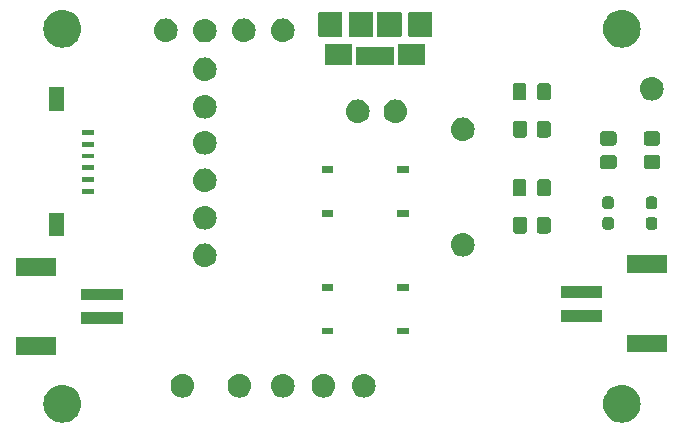
<source format=gts>
G04 #@! TF.GenerationSoftware,KiCad,Pcbnew,8.0.0*
G04 #@! TF.CreationDate,2024-03-04T18:14:40-06:00*
G04 #@! TF.ProjectId,MicrocontrollerUnitBoard,4d696372-6f63-46f6-9e74-726f6c6c6572,rev?*
G04 #@! TF.SameCoordinates,Original*
G04 #@! TF.FileFunction,Soldermask,Top*
G04 #@! TF.FilePolarity,Negative*
%FSLAX46Y46*%
G04 Gerber Fmt 4.6, Leading zero omitted, Abs format (unit mm)*
G04 Created by KiCad (PCBNEW 8.0.0) date 2024-03-04 18:14:40*
%MOMM*%
%LPD*%
G01*
G04 APERTURE LIST*
G04 APERTURE END LIST*
G36*
X106041295Y-115005699D02*
G01*
X106285427Y-115064310D01*
X106517385Y-115160390D01*
X106731456Y-115291573D01*
X106922371Y-115454629D01*
X107085427Y-115645544D01*
X107216610Y-115859615D01*
X107312690Y-116091573D01*
X107371301Y-116335705D01*
X107391000Y-116586000D01*
X107371301Y-116836295D01*
X107312690Y-117080427D01*
X107216610Y-117312385D01*
X107085427Y-117526456D01*
X106922371Y-117717371D01*
X106731456Y-117880427D01*
X106517385Y-118011610D01*
X106285427Y-118107690D01*
X106041295Y-118166301D01*
X105791000Y-118186000D01*
X105540705Y-118166301D01*
X105296573Y-118107690D01*
X105064615Y-118011610D01*
X104850544Y-117880427D01*
X104659629Y-117717371D01*
X104496573Y-117526456D01*
X104365390Y-117312385D01*
X104269310Y-117080427D01*
X104210699Y-116836295D01*
X104191000Y-116586000D01*
X104210699Y-116335705D01*
X104269310Y-116091573D01*
X104365390Y-115859615D01*
X104496573Y-115645544D01*
X104659629Y-115454629D01*
X104850544Y-115291573D01*
X105064615Y-115160390D01*
X105296573Y-115064310D01*
X105540705Y-115005699D01*
X105791000Y-114986000D01*
X106041295Y-115005699D01*
G37*
G36*
X153412295Y-115005699D02*
G01*
X153656427Y-115064310D01*
X153888385Y-115160390D01*
X154102456Y-115291573D01*
X154293371Y-115454629D01*
X154456427Y-115645544D01*
X154587610Y-115859615D01*
X154683690Y-116091573D01*
X154742301Y-116335705D01*
X154762000Y-116586000D01*
X154742301Y-116836295D01*
X154683690Y-117080427D01*
X154587610Y-117312385D01*
X154456427Y-117526456D01*
X154293371Y-117717371D01*
X154102456Y-117880427D01*
X153888385Y-118011610D01*
X153656427Y-118107690D01*
X153412295Y-118166301D01*
X153162000Y-118186000D01*
X152911705Y-118166301D01*
X152667573Y-118107690D01*
X152435615Y-118011610D01*
X152221544Y-117880427D01*
X152030629Y-117717371D01*
X151867573Y-117526456D01*
X151736390Y-117312385D01*
X151640310Y-117080427D01*
X151581699Y-116836295D01*
X151562000Y-116586000D01*
X151581699Y-116335705D01*
X151640310Y-116091573D01*
X151736390Y-115859615D01*
X151867573Y-115645544D01*
X152030629Y-115454629D01*
X152221544Y-115291573D01*
X152435615Y-115160390D01*
X152667573Y-115064310D01*
X152911705Y-115005699D01*
X153162000Y-114986000D01*
X153412295Y-115005699D01*
G37*
G36*
X116146090Y-114081215D02*
G01*
X116333683Y-114138120D01*
X116506570Y-114230530D01*
X116658107Y-114354893D01*
X116782470Y-114506430D01*
X116874880Y-114679317D01*
X116931785Y-114866910D01*
X116951000Y-115062000D01*
X116931785Y-115257090D01*
X116874880Y-115444683D01*
X116782470Y-115617570D01*
X116658107Y-115769107D01*
X116506570Y-115893470D01*
X116333683Y-115985880D01*
X116146090Y-116042785D01*
X115951000Y-116062000D01*
X115755910Y-116042785D01*
X115568317Y-115985880D01*
X115395430Y-115893470D01*
X115243893Y-115769107D01*
X115119530Y-115617570D01*
X115027120Y-115444683D01*
X114970215Y-115257090D01*
X114951000Y-115062000D01*
X114970215Y-114866910D01*
X115027120Y-114679317D01*
X115119530Y-114506430D01*
X115243893Y-114354893D01*
X115395430Y-114230530D01*
X115568317Y-114138120D01*
X115755910Y-114081215D01*
X115951000Y-114062000D01*
X116146090Y-114081215D01*
G37*
G36*
X120972090Y-114081215D02*
G01*
X121159683Y-114138120D01*
X121332570Y-114230530D01*
X121484107Y-114354893D01*
X121608470Y-114506430D01*
X121700880Y-114679317D01*
X121757785Y-114866910D01*
X121777000Y-115062000D01*
X121757785Y-115257090D01*
X121700880Y-115444683D01*
X121608470Y-115617570D01*
X121484107Y-115769107D01*
X121332570Y-115893470D01*
X121159683Y-115985880D01*
X120972090Y-116042785D01*
X120777000Y-116062000D01*
X120581910Y-116042785D01*
X120394317Y-115985880D01*
X120221430Y-115893470D01*
X120069893Y-115769107D01*
X119945530Y-115617570D01*
X119853120Y-115444683D01*
X119796215Y-115257090D01*
X119777000Y-115062000D01*
X119796215Y-114866910D01*
X119853120Y-114679317D01*
X119945530Y-114506430D01*
X120069893Y-114354893D01*
X120221430Y-114230530D01*
X120394317Y-114138120D01*
X120581910Y-114081215D01*
X120777000Y-114062000D01*
X120972090Y-114081215D01*
G37*
G36*
X124655090Y-114081215D02*
G01*
X124842683Y-114138120D01*
X125015570Y-114230530D01*
X125167107Y-114354893D01*
X125291470Y-114506430D01*
X125383880Y-114679317D01*
X125440785Y-114866910D01*
X125460000Y-115062000D01*
X125440785Y-115257090D01*
X125383880Y-115444683D01*
X125291470Y-115617570D01*
X125167107Y-115769107D01*
X125015570Y-115893470D01*
X124842683Y-115985880D01*
X124655090Y-116042785D01*
X124460000Y-116062000D01*
X124264910Y-116042785D01*
X124077317Y-115985880D01*
X123904430Y-115893470D01*
X123752893Y-115769107D01*
X123628530Y-115617570D01*
X123536120Y-115444683D01*
X123479215Y-115257090D01*
X123460000Y-115062000D01*
X123479215Y-114866910D01*
X123536120Y-114679317D01*
X123628530Y-114506430D01*
X123752893Y-114354893D01*
X123904430Y-114230530D01*
X124077317Y-114138120D01*
X124264910Y-114081215D01*
X124460000Y-114062000D01*
X124655090Y-114081215D01*
G37*
G36*
X128084090Y-114081215D02*
G01*
X128271683Y-114138120D01*
X128444570Y-114230530D01*
X128596107Y-114354893D01*
X128720470Y-114506430D01*
X128812880Y-114679317D01*
X128869785Y-114866910D01*
X128889000Y-115062000D01*
X128869785Y-115257090D01*
X128812880Y-115444683D01*
X128720470Y-115617570D01*
X128596107Y-115769107D01*
X128444570Y-115893470D01*
X128271683Y-115985880D01*
X128084090Y-116042785D01*
X127889000Y-116062000D01*
X127693910Y-116042785D01*
X127506317Y-115985880D01*
X127333430Y-115893470D01*
X127181893Y-115769107D01*
X127057530Y-115617570D01*
X126965120Y-115444683D01*
X126908215Y-115257090D01*
X126889000Y-115062000D01*
X126908215Y-114866910D01*
X126965120Y-114679317D01*
X127057530Y-114506430D01*
X127181893Y-114354893D01*
X127333430Y-114230530D01*
X127506317Y-114138120D01*
X127693910Y-114081215D01*
X127889000Y-114062000D01*
X128084090Y-114081215D01*
G37*
G36*
X131513090Y-114081215D02*
G01*
X131700683Y-114138120D01*
X131873570Y-114230530D01*
X132025107Y-114354893D01*
X132149470Y-114506430D01*
X132241880Y-114679317D01*
X132298785Y-114866910D01*
X132318000Y-115062000D01*
X132298785Y-115257090D01*
X132241880Y-115444683D01*
X132149470Y-115617570D01*
X132025107Y-115769107D01*
X131873570Y-115893470D01*
X131700683Y-115985880D01*
X131513090Y-116042785D01*
X131318000Y-116062000D01*
X131122910Y-116042785D01*
X130935317Y-115985880D01*
X130762430Y-115893470D01*
X130610893Y-115769107D01*
X130486530Y-115617570D01*
X130394120Y-115444683D01*
X130337215Y-115257090D01*
X130318000Y-115062000D01*
X130337215Y-114866910D01*
X130394120Y-114679317D01*
X130486530Y-114506430D01*
X130610893Y-114354893D01*
X130762430Y-114230530D01*
X130935317Y-114138120D01*
X131122910Y-114081215D01*
X131318000Y-114062000D01*
X131513090Y-114081215D01*
G37*
G36*
X105294000Y-112441000D02*
G01*
X101894000Y-112441000D01*
X101894000Y-110941000D01*
X105294000Y-110941000D01*
X105294000Y-112441000D01*
G37*
G36*
X157021000Y-112225000D02*
G01*
X153621000Y-112225000D01*
X153621000Y-110725000D01*
X157021000Y-110725000D01*
X157021000Y-112225000D01*
G37*
G36*
X128745250Y-110714399D02*
G01*
X127794750Y-110714399D01*
X127794750Y-110155599D01*
X128745250Y-110155599D01*
X128745250Y-110714399D01*
G37*
G36*
X135105948Y-110714399D02*
G01*
X134155448Y-110714399D01*
X134155448Y-110155599D01*
X135105948Y-110155599D01*
X135105948Y-110714399D01*
G37*
G36*
X110894000Y-109841000D02*
G01*
X107394000Y-109841000D01*
X107394000Y-108841000D01*
X110894000Y-108841000D01*
X110894000Y-109841000D01*
G37*
G36*
X151521000Y-109625000D02*
G01*
X148021000Y-109625000D01*
X148021000Y-108625000D01*
X151521000Y-108625000D01*
X151521000Y-109625000D01*
G37*
G36*
X110894000Y-107841000D02*
G01*
X107394000Y-107841000D01*
X107394000Y-106841000D01*
X110894000Y-106841000D01*
X110894000Y-107841000D01*
G37*
G36*
X151521000Y-107625000D02*
G01*
X148021000Y-107625000D01*
X148021000Y-106625000D01*
X151521000Y-106625000D01*
X151521000Y-107625000D01*
G37*
G36*
X128745250Y-107014401D02*
G01*
X127794750Y-107014401D01*
X127794750Y-106455601D01*
X128745250Y-106455601D01*
X128745250Y-107014401D01*
G37*
G36*
X135105948Y-107014401D02*
G01*
X134155448Y-107014401D01*
X134155448Y-106455601D01*
X135105948Y-106455601D01*
X135105948Y-107014401D01*
G37*
G36*
X105294000Y-105741000D02*
G01*
X101894000Y-105741000D01*
X101894000Y-104241000D01*
X105294000Y-104241000D01*
X105294000Y-105741000D01*
G37*
G36*
X157021000Y-105525000D02*
G01*
X153621000Y-105525000D01*
X153621000Y-104025000D01*
X157021000Y-104025000D01*
X157021000Y-105525000D01*
G37*
G36*
X118051090Y-103032215D02*
G01*
X118238683Y-103089120D01*
X118411570Y-103181530D01*
X118563107Y-103305893D01*
X118687470Y-103457430D01*
X118779880Y-103630317D01*
X118836785Y-103817910D01*
X118856000Y-104013000D01*
X118836785Y-104208090D01*
X118779880Y-104395683D01*
X118687470Y-104568570D01*
X118563107Y-104720107D01*
X118411570Y-104844470D01*
X118238683Y-104936880D01*
X118051090Y-104993785D01*
X117856000Y-105013000D01*
X117660910Y-104993785D01*
X117473317Y-104936880D01*
X117300430Y-104844470D01*
X117148893Y-104720107D01*
X117024530Y-104568570D01*
X116932120Y-104395683D01*
X116875215Y-104208090D01*
X116856000Y-104013000D01*
X116875215Y-103817910D01*
X116932120Y-103630317D01*
X117024530Y-103457430D01*
X117148893Y-103305893D01*
X117300430Y-103181530D01*
X117473317Y-103089120D01*
X117660910Y-103032215D01*
X117856000Y-103013000D01*
X118051090Y-103032215D01*
G37*
G36*
X139895090Y-102143215D02*
G01*
X140082683Y-102200120D01*
X140255570Y-102292530D01*
X140407107Y-102416893D01*
X140531470Y-102568430D01*
X140623880Y-102741317D01*
X140680785Y-102928910D01*
X140700000Y-103124000D01*
X140680785Y-103319090D01*
X140623880Y-103506683D01*
X140531470Y-103679570D01*
X140407107Y-103831107D01*
X140255570Y-103955470D01*
X140082683Y-104047880D01*
X139895090Y-104104785D01*
X139700000Y-104124000D01*
X139504910Y-104104785D01*
X139317317Y-104047880D01*
X139144430Y-103955470D01*
X138992893Y-103831107D01*
X138868530Y-103679570D01*
X138776120Y-103506683D01*
X138719215Y-103319090D01*
X138700000Y-103124000D01*
X138719215Y-102928910D01*
X138776120Y-102741317D01*
X138868530Y-102568430D01*
X138992893Y-102416893D01*
X139144430Y-102292530D01*
X139317317Y-102200120D01*
X139504910Y-102143215D01*
X139700000Y-102124000D01*
X139895090Y-102143215D01*
G37*
G36*
X105933000Y-102404990D02*
G01*
X104633000Y-102404990D01*
X104633000Y-100404990D01*
X105933000Y-100404990D01*
X105933000Y-102404990D01*
G37*
G36*
X144896116Y-100773818D02*
G01*
X144947379Y-100779766D01*
X144964892Y-100787499D01*
X144987671Y-100792030D01*
X145012057Y-100808324D01*
X145032788Y-100817478D01*
X145046946Y-100831636D01*
X145068777Y-100846223D01*
X145083363Y-100868053D01*
X145097521Y-100882211D01*
X145106673Y-100902939D01*
X145122970Y-100927329D01*
X145127501Y-100950109D01*
X145135233Y-100967620D01*
X145141178Y-101018872D01*
X145142000Y-101023000D01*
X145142000Y-101923000D01*
X145141178Y-101927128D01*
X145135233Y-101978379D01*
X145127501Y-101995888D01*
X145122970Y-102018671D01*
X145106672Y-102043062D01*
X145097521Y-102063788D01*
X145083365Y-102077943D01*
X145068777Y-102099777D01*
X145046943Y-102114365D01*
X145032788Y-102128521D01*
X145012062Y-102137672D01*
X144987671Y-102153970D01*
X144964888Y-102158501D01*
X144947379Y-102166233D01*
X144896129Y-102172178D01*
X144892000Y-102173000D01*
X144192000Y-102173000D01*
X144187873Y-102172179D01*
X144136620Y-102166233D01*
X144119109Y-102158501D01*
X144096329Y-102153970D01*
X144071939Y-102137673D01*
X144051211Y-102128521D01*
X144037053Y-102114363D01*
X144015223Y-102099777D01*
X144000636Y-102077946D01*
X143986478Y-102063788D01*
X143977324Y-102043057D01*
X143961030Y-102018671D01*
X143956499Y-101995892D01*
X143948766Y-101978379D01*
X143942818Y-101927117D01*
X143942000Y-101923000D01*
X143942000Y-101023000D01*
X143942818Y-101018885D01*
X143948766Y-100967620D01*
X143956499Y-100950105D01*
X143961030Y-100927329D01*
X143977323Y-100902944D01*
X143986478Y-100882211D01*
X144000638Y-100868050D01*
X144015223Y-100846223D01*
X144037050Y-100831638D01*
X144051211Y-100817478D01*
X144071944Y-100808323D01*
X144096329Y-100792030D01*
X144119105Y-100787499D01*
X144136620Y-100779766D01*
X144187884Y-100773818D01*
X144192000Y-100773000D01*
X144892000Y-100773000D01*
X144896116Y-100773818D01*
G37*
G36*
X146896116Y-100773818D02*
G01*
X146947379Y-100779766D01*
X146964892Y-100787499D01*
X146987671Y-100792030D01*
X147012057Y-100808324D01*
X147032788Y-100817478D01*
X147046946Y-100831636D01*
X147068777Y-100846223D01*
X147083363Y-100868053D01*
X147097521Y-100882211D01*
X147106673Y-100902939D01*
X147122970Y-100927329D01*
X147127501Y-100950109D01*
X147135233Y-100967620D01*
X147141178Y-101018872D01*
X147142000Y-101023000D01*
X147142000Y-101923000D01*
X147141178Y-101927128D01*
X147135233Y-101978379D01*
X147127501Y-101995888D01*
X147122970Y-102018671D01*
X147106672Y-102043062D01*
X147097521Y-102063788D01*
X147083365Y-102077943D01*
X147068777Y-102099777D01*
X147046943Y-102114365D01*
X147032788Y-102128521D01*
X147012062Y-102137672D01*
X146987671Y-102153970D01*
X146964888Y-102158501D01*
X146947379Y-102166233D01*
X146896129Y-102172178D01*
X146892000Y-102173000D01*
X146192000Y-102173000D01*
X146187873Y-102172179D01*
X146136620Y-102166233D01*
X146119109Y-102158501D01*
X146096329Y-102153970D01*
X146071939Y-102137673D01*
X146051211Y-102128521D01*
X146037053Y-102114363D01*
X146015223Y-102099777D01*
X146000636Y-102077946D01*
X145986478Y-102063788D01*
X145977324Y-102043057D01*
X145961030Y-102018671D01*
X145956499Y-101995892D01*
X145948766Y-101978379D01*
X145942818Y-101927117D01*
X145942000Y-101923000D01*
X145942000Y-101023000D01*
X145942818Y-101018885D01*
X145948766Y-100967620D01*
X145956499Y-100950105D01*
X145961030Y-100927329D01*
X145977323Y-100902944D01*
X145986478Y-100882211D01*
X146000638Y-100868050D01*
X146015223Y-100846223D01*
X146037050Y-100831638D01*
X146051211Y-100817478D01*
X146071944Y-100808323D01*
X146096329Y-100792030D01*
X146119105Y-100787499D01*
X146136620Y-100779766D01*
X146187884Y-100773818D01*
X146192000Y-100773000D01*
X146892000Y-100773000D01*
X146896116Y-100773818D01*
G37*
G36*
X118051090Y-99857215D02*
G01*
X118238683Y-99914120D01*
X118411570Y-100006530D01*
X118563107Y-100130893D01*
X118687470Y-100282430D01*
X118779880Y-100455317D01*
X118836785Y-100642910D01*
X118856000Y-100838000D01*
X118836785Y-101033090D01*
X118779880Y-101220683D01*
X118687470Y-101393570D01*
X118563107Y-101545107D01*
X118411570Y-101669470D01*
X118238683Y-101761880D01*
X118051090Y-101818785D01*
X117856000Y-101838000D01*
X117660910Y-101818785D01*
X117473317Y-101761880D01*
X117300430Y-101669470D01*
X117148893Y-101545107D01*
X117024530Y-101393570D01*
X116932120Y-101220683D01*
X116875215Y-101033090D01*
X116856000Y-100838000D01*
X116875215Y-100642910D01*
X116932120Y-100455317D01*
X117024530Y-100282430D01*
X117148893Y-100130893D01*
X117300430Y-100006530D01*
X117473317Y-99914120D01*
X117660910Y-99857215D01*
X117856000Y-99838000D01*
X118051090Y-99857215D01*
G37*
G36*
X152238115Y-100785318D02*
G01*
X152286517Y-100790934D01*
X152303055Y-100798236D01*
X152324887Y-100802579D01*
X152348259Y-100818195D01*
X152367724Y-100826790D01*
X152381017Y-100840083D01*
X152401938Y-100854062D01*
X152415916Y-100874982D01*
X152429209Y-100888275D01*
X152437802Y-100907738D01*
X152453421Y-100931113D01*
X152457764Y-100952946D01*
X152465065Y-100969482D01*
X152470678Y-101017872D01*
X152471500Y-101022000D01*
X152471500Y-101597000D01*
X152470678Y-101601127D01*
X152465065Y-101649517D01*
X152457764Y-101666051D01*
X152453421Y-101687887D01*
X152437801Y-101711263D01*
X152429209Y-101730724D01*
X152415918Y-101744014D01*
X152401938Y-101764938D01*
X152381014Y-101778918D01*
X152367724Y-101792209D01*
X152348263Y-101800801D01*
X152324887Y-101816421D01*
X152303051Y-101820764D01*
X152286517Y-101828065D01*
X152238129Y-101833678D01*
X152234000Y-101834500D01*
X151759000Y-101834500D01*
X151754873Y-101833679D01*
X151706482Y-101828065D01*
X151689946Y-101820764D01*
X151668113Y-101816421D01*
X151644738Y-101800802D01*
X151625275Y-101792209D01*
X151611982Y-101778916D01*
X151591062Y-101764938D01*
X151577083Y-101744017D01*
X151563790Y-101730724D01*
X151555195Y-101711259D01*
X151539579Y-101687887D01*
X151535236Y-101666055D01*
X151527934Y-101649517D01*
X151522318Y-101601116D01*
X151521500Y-101597000D01*
X151521500Y-101022000D01*
X151522318Y-101017885D01*
X151527934Y-100969482D01*
X151535236Y-100952942D01*
X151539579Y-100931113D01*
X151555194Y-100907742D01*
X151563790Y-100888275D01*
X151577085Y-100874979D01*
X151591062Y-100854062D01*
X151611979Y-100840085D01*
X151625275Y-100826790D01*
X151644742Y-100818194D01*
X151668113Y-100802579D01*
X151689942Y-100798236D01*
X151706482Y-100790934D01*
X151754884Y-100785318D01*
X151759000Y-100784500D01*
X152234000Y-100784500D01*
X152238115Y-100785318D01*
G37*
G36*
X155921115Y-100785318D02*
G01*
X155969517Y-100790934D01*
X155986055Y-100798236D01*
X156007887Y-100802579D01*
X156031259Y-100818195D01*
X156050724Y-100826790D01*
X156064017Y-100840083D01*
X156084938Y-100854062D01*
X156098916Y-100874982D01*
X156112209Y-100888275D01*
X156120802Y-100907738D01*
X156136421Y-100931113D01*
X156140764Y-100952946D01*
X156148065Y-100969482D01*
X156153678Y-101017872D01*
X156154500Y-101022000D01*
X156154500Y-101597000D01*
X156153678Y-101601127D01*
X156148065Y-101649517D01*
X156140764Y-101666051D01*
X156136421Y-101687887D01*
X156120801Y-101711263D01*
X156112209Y-101730724D01*
X156098918Y-101744014D01*
X156084938Y-101764938D01*
X156064014Y-101778918D01*
X156050724Y-101792209D01*
X156031263Y-101800801D01*
X156007887Y-101816421D01*
X155986051Y-101820764D01*
X155969517Y-101828065D01*
X155921129Y-101833678D01*
X155917000Y-101834500D01*
X155442000Y-101834500D01*
X155437873Y-101833679D01*
X155389482Y-101828065D01*
X155372946Y-101820764D01*
X155351113Y-101816421D01*
X155327738Y-101800802D01*
X155308275Y-101792209D01*
X155294982Y-101778916D01*
X155274062Y-101764938D01*
X155260083Y-101744017D01*
X155246790Y-101730724D01*
X155238195Y-101711259D01*
X155222579Y-101687887D01*
X155218236Y-101666055D01*
X155210934Y-101649517D01*
X155205318Y-101601116D01*
X155204500Y-101597000D01*
X155204500Y-101022000D01*
X155205318Y-101017885D01*
X155210934Y-100969482D01*
X155218236Y-100952942D01*
X155222579Y-100931113D01*
X155238194Y-100907742D01*
X155246790Y-100888275D01*
X155260085Y-100874979D01*
X155274062Y-100854062D01*
X155294979Y-100840085D01*
X155308275Y-100826790D01*
X155327742Y-100818194D01*
X155351113Y-100802579D01*
X155372942Y-100798236D01*
X155389482Y-100790934D01*
X155437884Y-100785318D01*
X155442000Y-100784500D01*
X155917000Y-100784500D01*
X155921115Y-100785318D01*
G37*
G36*
X128745250Y-100736400D02*
G01*
X127794750Y-100736400D01*
X127794750Y-100177600D01*
X128745250Y-100177600D01*
X128745250Y-100736400D01*
G37*
G36*
X135105948Y-100736400D02*
G01*
X134155448Y-100736400D01*
X134155448Y-100177600D01*
X135105948Y-100177600D01*
X135105948Y-100736400D01*
G37*
G36*
X152238115Y-99035318D02*
G01*
X152286517Y-99040934D01*
X152303055Y-99048236D01*
X152324887Y-99052579D01*
X152348259Y-99068195D01*
X152367724Y-99076790D01*
X152381017Y-99090083D01*
X152401938Y-99104062D01*
X152415916Y-99124982D01*
X152429209Y-99138275D01*
X152437802Y-99157738D01*
X152453421Y-99181113D01*
X152457764Y-99202946D01*
X152465065Y-99219482D01*
X152470678Y-99267872D01*
X152471500Y-99272000D01*
X152471500Y-99847000D01*
X152470678Y-99851127D01*
X152465065Y-99899517D01*
X152457764Y-99916051D01*
X152453421Y-99937887D01*
X152437801Y-99961263D01*
X152429209Y-99980724D01*
X152415918Y-99994014D01*
X152401938Y-100014938D01*
X152381014Y-100028918D01*
X152367724Y-100042209D01*
X152348263Y-100050801D01*
X152324887Y-100066421D01*
X152303051Y-100070764D01*
X152286517Y-100078065D01*
X152238129Y-100083678D01*
X152234000Y-100084500D01*
X151759000Y-100084500D01*
X151754873Y-100083679D01*
X151706482Y-100078065D01*
X151689946Y-100070764D01*
X151668113Y-100066421D01*
X151644738Y-100050802D01*
X151625275Y-100042209D01*
X151611982Y-100028916D01*
X151591062Y-100014938D01*
X151577083Y-99994017D01*
X151563790Y-99980724D01*
X151555195Y-99961259D01*
X151539579Y-99937887D01*
X151535236Y-99916055D01*
X151527934Y-99899517D01*
X151522318Y-99851116D01*
X151521500Y-99847000D01*
X151521500Y-99272000D01*
X151522318Y-99267885D01*
X151527934Y-99219482D01*
X151535236Y-99202942D01*
X151539579Y-99181113D01*
X151555194Y-99157742D01*
X151563790Y-99138275D01*
X151577085Y-99124979D01*
X151591062Y-99104062D01*
X151611979Y-99090085D01*
X151625275Y-99076790D01*
X151644742Y-99068194D01*
X151668113Y-99052579D01*
X151689942Y-99048236D01*
X151706482Y-99040934D01*
X151754884Y-99035318D01*
X151759000Y-99034500D01*
X152234000Y-99034500D01*
X152238115Y-99035318D01*
G37*
G36*
X155921115Y-99035318D02*
G01*
X155969517Y-99040934D01*
X155986055Y-99048236D01*
X156007887Y-99052579D01*
X156031259Y-99068195D01*
X156050724Y-99076790D01*
X156064017Y-99090083D01*
X156084938Y-99104062D01*
X156098916Y-99124982D01*
X156112209Y-99138275D01*
X156120802Y-99157738D01*
X156136421Y-99181113D01*
X156140764Y-99202946D01*
X156148065Y-99219482D01*
X156153678Y-99267872D01*
X156154500Y-99272000D01*
X156154500Y-99847000D01*
X156153678Y-99851127D01*
X156148065Y-99899517D01*
X156140764Y-99916051D01*
X156136421Y-99937887D01*
X156120801Y-99961263D01*
X156112209Y-99980724D01*
X156098918Y-99994014D01*
X156084938Y-100014938D01*
X156064014Y-100028918D01*
X156050724Y-100042209D01*
X156031263Y-100050801D01*
X156007887Y-100066421D01*
X155986051Y-100070764D01*
X155969517Y-100078065D01*
X155921129Y-100083678D01*
X155917000Y-100084500D01*
X155442000Y-100084500D01*
X155437873Y-100083679D01*
X155389482Y-100078065D01*
X155372946Y-100070764D01*
X155351113Y-100066421D01*
X155327738Y-100050802D01*
X155308275Y-100042209D01*
X155294982Y-100028916D01*
X155274062Y-100014938D01*
X155260083Y-99994017D01*
X155246790Y-99980724D01*
X155238195Y-99961259D01*
X155222579Y-99937887D01*
X155218236Y-99916055D01*
X155210934Y-99899517D01*
X155205318Y-99851116D01*
X155204500Y-99847000D01*
X155204500Y-99272000D01*
X155205318Y-99267885D01*
X155210934Y-99219482D01*
X155218236Y-99202942D01*
X155222579Y-99181113D01*
X155238194Y-99157742D01*
X155246790Y-99138275D01*
X155260085Y-99124979D01*
X155274062Y-99104062D01*
X155294979Y-99090085D01*
X155308275Y-99076790D01*
X155327742Y-99068194D01*
X155351113Y-99052579D01*
X155372942Y-99048236D01*
X155389482Y-99040934D01*
X155437884Y-99035318D01*
X155442000Y-99034500D01*
X155917000Y-99034500D01*
X155921115Y-99035318D01*
G37*
G36*
X144846116Y-97573818D02*
G01*
X144897379Y-97579766D01*
X144914892Y-97587499D01*
X144937671Y-97592030D01*
X144962057Y-97608324D01*
X144982788Y-97617478D01*
X144996946Y-97631636D01*
X145018777Y-97646223D01*
X145033363Y-97668053D01*
X145047521Y-97682211D01*
X145056673Y-97702939D01*
X145072970Y-97727329D01*
X145077501Y-97750109D01*
X145085233Y-97767620D01*
X145091178Y-97818872D01*
X145092000Y-97823000D01*
X145092000Y-98773000D01*
X145091178Y-98777128D01*
X145085233Y-98828379D01*
X145077501Y-98845888D01*
X145072970Y-98868671D01*
X145056672Y-98893062D01*
X145047521Y-98913788D01*
X145033365Y-98927943D01*
X145018777Y-98949777D01*
X144996943Y-98964365D01*
X144982788Y-98978521D01*
X144962062Y-98987672D01*
X144937671Y-99003970D01*
X144914888Y-99008501D01*
X144897379Y-99016233D01*
X144846129Y-99022178D01*
X144842000Y-99023000D01*
X144167000Y-99023000D01*
X144162873Y-99022179D01*
X144111620Y-99016233D01*
X144094109Y-99008501D01*
X144071329Y-99003970D01*
X144046939Y-98987673D01*
X144026211Y-98978521D01*
X144012053Y-98964363D01*
X143990223Y-98949777D01*
X143975636Y-98927946D01*
X143961478Y-98913788D01*
X143952324Y-98893057D01*
X143936030Y-98868671D01*
X143931499Y-98845892D01*
X143923766Y-98828379D01*
X143917818Y-98777117D01*
X143917000Y-98773000D01*
X143917000Y-97823000D01*
X143917818Y-97818885D01*
X143923766Y-97767620D01*
X143931499Y-97750105D01*
X143936030Y-97727329D01*
X143952323Y-97702944D01*
X143961478Y-97682211D01*
X143975638Y-97668050D01*
X143990223Y-97646223D01*
X144012050Y-97631638D01*
X144026211Y-97617478D01*
X144046944Y-97608323D01*
X144071329Y-97592030D01*
X144094105Y-97587499D01*
X144111620Y-97579766D01*
X144162884Y-97573818D01*
X144167000Y-97573000D01*
X144842000Y-97573000D01*
X144846116Y-97573818D01*
G37*
G36*
X146921116Y-97573818D02*
G01*
X146972379Y-97579766D01*
X146989892Y-97587499D01*
X147012671Y-97592030D01*
X147037057Y-97608324D01*
X147057788Y-97617478D01*
X147071946Y-97631636D01*
X147093777Y-97646223D01*
X147108363Y-97668053D01*
X147122521Y-97682211D01*
X147131673Y-97702939D01*
X147147970Y-97727329D01*
X147152501Y-97750109D01*
X147160233Y-97767620D01*
X147166178Y-97818872D01*
X147167000Y-97823000D01*
X147167000Y-98773000D01*
X147166178Y-98777128D01*
X147160233Y-98828379D01*
X147152501Y-98845888D01*
X147147970Y-98868671D01*
X147131672Y-98893062D01*
X147122521Y-98913788D01*
X147108365Y-98927943D01*
X147093777Y-98949777D01*
X147071943Y-98964365D01*
X147057788Y-98978521D01*
X147037062Y-98987672D01*
X147012671Y-99003970D01*
X146989888Y-99008501D01*
X146972379Y-99016233D01*
X146921129Y-99022178D01*
X146917000Y-99023000D01*
X146242000Y-99023000D01*
X146237873Y-99022179D01*
X146186620Y-99016233D01*
X146169109Y-99008501D01*
X146146329Y-99003970D01*
X146121939Y-98987673D01*
X146101211Y-98978521D01*
X146087053Y-98964363D01*
X146065223Y-98949777D01*
X146050636Y-98927946D01*
X146036478Y-98913788D01*
X146027324Y-98893057D01*
X146011030Y-98868671D01*
X146006499Y-98845892D01*
X145998766Y-98828379D01*
X145992818Y-98777117D01*
X145992000Y-98773000D01*
X145992000Y-97823000D01*
X145992818Y-97818885D01*
X145998766Y-97767620D01*
X146006499Y-97750105D01*
X146011030Y-97727329D01*
X146027323Y-97702944D01*
X146036478Y-97682211D01*
X146050638Y-97668050D01*
X146065223Y-97646223D01*
X146087050Y-97631638D01*
X146101211Y-97617478D01*
X146121944Y-97608323D01*
X146146329Y-97592030D01*
X146169105Y-97587499D01*
X146186620Y-97579766D01*
X146237884Y-97573818D01*
X146242000Y-97573000D01*
X146917000Y-97573000D01*
X146921116Y-97573818D01*
G37*
G36*
X108482999Y-98804995D02*
G01*
X107482999Y-98804995D01*
X107482999Y-98404995D01*
X108482999Y-98404995D01*
X108482999Y-98804995D01*
G37*
G36*
X118051090Y-96682215D02*
G01*
X118238683Y-96739120D01*
X118411570Y-96831530D01*
X118563107Y-96955893D01*
X118687470Y-97107430D01*
X118779880Y-97280317D01*
X118836785Y-97467910D01*
X118856000Y-97663000D01*
X118836785Y-97858090D01*
X118779880Y-98045683D01*
X118687470Y-98218570D01*
X118563107Y-98370107D01*
X118411570Y-98494470D01*
X118238683Y-98586880D01*
X118051090Y-98643785D01*
X117856000Y-98663000D01*
X117660910Y-98643785D01*
X117473317Y-98586880D01*
X117300430Y-98494470D01*
X117148893Y-98370107D01*
X117024530Y-98218570D01*
X116932120Y-98045683D01*
X116875215Y-97858090D01*
X116856000Y-97663000D01*
X116875215Y-97467910D01*
X116932120Y-97280317D01*
X117024530Y-97107430D01*
X117148893Y-96955893D01*
X117300430Y-96831530D01*
X117473317Y-96739120D01*
X117660910Y-96682215D01*
X117856000Y-96663000D01*
X118051090Y-96682215D01*
G37*
G36*
X108482999Y-97804995D02*
G01*
X107482999Y-97804995D01*
X107482999Y-97404995D01*
X108482999Y-97404995D01*
X108482999Y-97804995D01*
G37*
G36*
X128745250Y-97036402D02*
G01*
X127794750Y-97036402D01*
X127794750Y-96477602D01*
X128745250Y-96477602D01*
X128745250Y-97036402D01*
G37*
G36*
X135105948Y-97036402D02*
G01*
X134155448Y-97036402D01*
X134155448Y-96477602D01*
X135105948Y-96477602D01*
X135105948Y-97036402D01*
G37*
G36*
X108482999Y-96804994D02*
G01*
X107482999Y-96804994D01*
X107482999Y-96404994D01*
X108482999Y-96404994D01*
X108482999Y-96804994D01*
G37*
G36*
X152473116Y-95523818D02*
G01*
X152524379Y-95529766D01*
X152541892Y-95537499D01*
X152564671Y-95542030D01*
X152589057Y-95558324D01*
X152609788Y-95567478D01*
X152623946Y-95581636D01*
X152645777Y-95596223D01*
X152660363Y-95618053D01*
X152674521Y-95632211D01*
X152683673Y-95652939D01*
X152699970Y-95677329D01*
X152704501Y-95700109D01*
X152712233Y-95717620D01*
X152718178Y-95768872D01*
X152719000Y-95773000D01*
X152719000Y-96473000D01*
X152718178Y-96477128D01*
X152712233Y-96528379D01*
X152704501Y-96545888D01*
X152699970Y-96568671D01*
X152683672Y-96593062D01*
X152674521Y-96613788D01*
X152660365Y-96627943D01*
X152645777Y-96649777D01*
X152623943Y-96664365D01*
X152609788Y-96678521D01*
X152589062Y-96687672D01*
X152564671Y-96703970D01*
X152541888Y-96708501D01*
X152524379Y-96716233D01*
X152473129Y-96722178D01*
X152469000Y-96723000D01*
X151569000Y-96723000D01*
X151564873Y-96722179D01*
X151513620Y-96716233D01*
X151496109Y-96708501D01*
X151473329Y-96703970D01*
X151448939Y-96687673D01*
X151428211Y-96678521D01*
X151414053Y-96664363D01*
X151392223Y-96649777D01*
X151377636Y-96627946D01*
X151363478Y-96613788D01*
X151354324Y-96593057D01*
X151338030Y-96568671D01*
X151333499Y-96545892D01*
X151325766Y-96528379D01*
X151319818Y-96477117D01*
X151319000Y-96473000D01*
X151319000Y-95773000D01*
X151319818Y-95768885D01*
X151325766Y-95717620D01*
X151333499Y-95700105D01*
X151338030Y-95677329D01*
X151354323Y-95652944D01*
X151363478Y-95632211D01*
X151377638Y-95618050D01*
X151392223Y-95596223D01*
X151414050Y-95581638D01*
X151428211Y-95567478D01*
X151448944Y-95558323D01*
X151473329Y-95542030D01*
X151496105Y-95537499D01*
X151513620Y-95529766D01*
X151564884Y-95523818D01*
X151569000Y-95523000D01*
X152469000Y-95523000D01*
X152473116Y-95523818D01*
G37*
G36*
X156156116Y-95523818D02*
G01*
X156207379Y-95529766D01*
X156224892Y-95537499D01*
X156247671Y-95542030D01*
X156272057Y-95558324D01*
X156292788Y-95567478D01*
X156306946Y-95581636D01*
X156328777Y-95596223D01*
X156343363Y-95618053D01*
X156357521Y-95632211D01*
X156366673Y-95652939D01*
X156382970Y-95677329D01*
X156387501Y-95700109D01*
X156395233Y-95717620D01*
X156401178Y-95768872D01*
X156402000Y-95773000D01*
X156402000Y-96473000D01*
X156401178Y-96477128D01*
X156395233Y-96528379D01*
X156387501Y-96545888D01*
X156382970Y-96568671D01*
X156366672Y-96593062D01*
X156357521Y-96613788D01*
X156343365Y-96627943D01*
X156328777Y-96649777D01*
X156306943Y-96664365D01*
X156292788Y-96678521D01*
X156272062Y-96687672D01*
X156247671Y-96703970D01*
X156224888Y-96708501D01*
X156207379Y-96716233D01*
X156156129Y-96722178D01*
X156152000Y-96723000D01*
X155252000Y-96723000D01*
X155247873Y-96722179D01*
X155196620Y-96716233D01*
X155179109Y-96708501D01*
X155156329Y-96703970D01*
X155131939Y-96687673D01*
X155111211Y-96678521D01*
X155097053Y-96664363D01*
X155075223Y-96649777D01*
X155060636Y-96627946D01*
X155046478Y-96613788D01*
X155037324Y-96593057D01*
X155021030Y-96568671D01*
X155016499Y-96545892D01*
X155008766Y-96528379D01*
X155002818Y-96477117D01*
X155002000Y-96473000D01*
X155002000Y-95773000D01*
X155002818Y-95768885D01*
X155008766Y-95717620D01*
X155016499Y-95700105D01*
X155021030Y-95677329D01*
X155037323Y-95652944D01*
X155046478Y-95632211D01*
X155060638Y-95618050D01*
X155075223Y-95596223D01*
X155097050Y-95581638D01*
X155111211Y-95567478D01*
X155131944Y-95558323D01*
X155156329Y-95542030D01*
X155179105Y-95537499D01*
X155196620Y-95529766D01*
X155247884Y-95523818D01*
X155252000Y-95523000D01*
X156152000Y-95523000D01*
X156156116Y-95523818D01*
G37*
G36*
X108482999Y-95804996D02*
G01*
X107482999Y-95804996D01*
X107482999Y-95404996D01*
X108482999Y-95404996D01*
X108482999Y-95804996D01*
G37*
G36*
X118051090Y-93507215D02*
G01*
X118238683Y-93564120D01*
X118411570Y-93656530D01*
X118563107Y-93780893D01*
X118687470Y-93932430D01*
X118779880Y-94105317D01*
X118836785Y-94292910D01*
X118856000Y-94488000D01*
X118836785Y-94683090D01*
X118779880Y-94870683D01*
X118687470Y-95043570D01*
X118563107Y-95195107D01*
X118411570Y-95319470D01*
X118238683Y-95411880D01*
X118051090Y-95468785D01*
X117856000Y-95488000D01*
X117660910Y-95468785D01*
X117473317Y-95411880D01*
X117300430Y-95319470D01*
X117148893Y-95195107D01*
X117024530Y-95043570D01*
X116932120Y-94870683D01*
X116875215Y-94683090D01*
X116856000Y-94488000D01*
X116875215Y-94292910D01*
X116932120Y-94105317D01*
X117024530Y-93932430D01*
X117148893Y-93780893D01*
X117300430Y-93656530D01*
X117473317Y-93564120D01*
X117660910Y-93507215D01*
X117856000Y-93488000D01*
X118051090Y-93507215D01*
G37*
G36*
X108482999Y-94804995D02*
G01*
X107482999Y-94804995D01*
X107482999Y-94404995D01*
X108482999Y-94404995D01*
X108482999Y-94804995D01*
G37*
G36*
X152473116Y-93523818D02*
G01*
X152524379Y-93529766D01*
X152541892Y-93537499D01*
X152564671Y-93542030D01*
X152589057Y-93558324D01*
X152609788Y-93567478D01*
X152623946Y-93581636D01*
X152645777Y-93596223D01*
X152660363Y-93618053D01*
X152674521Y-93632211D01*
X152683673Y-93652939D01*
X152699970Y-93677329D01*
X152704501Y-93700109D01*
X152712233Y-93717620D01*
X152718178Y-93768872D01*
X152719000Y-93773000D01*
X152719000Y-94473000D01*
X152718178Y-94477128D01*
X152712233Y-94528379D01*
X152704501Y-94545888D01*
X152699970Y-94568671D01*
X152683672Y-94593062D01*
X152674521Y-94613788D01*
X152660365Y-94627943D01*
X152645777Y-94649777D01*
X152623943Y-94664365D01*
X152609788Y-94678521D01*
X152589062Y-94687672D01*
X152564671Y-94703970D01*
X152541888Y-94708501D01*
X152524379Y-94716233D01*
X152473129Y-94722178D01*
X152469000Y-94723000D01*
X151569000Y-94723000D01*
X151564873Y-94722179D01*
X151513620Y-94716233D01*
X151496109Y-94708501D01*
X151473329Y-94703970D01*
X151448939Y-94687673D01*
X151428211Y-94678521D01*
X151414053Y-94664363D01*
X151392223Y-94649777D01*
X151377636Y-94627946D01*
X151363478Y-94613788D01*
X151354324Y-94593057D01*
X151338030Y-94568671D01*
X151333499Y-94545892D01*
X151325766Y-94528379D01*
X151319818Y-94477117D01*
X151319000Y-94473000D01*
X151319000Y-93773000D01*
X151319818Y-93768885D01*
X151325766Y-93717620D01*
X151333499Y-93700105D01*
X151338030Y-93677329D01*
X151354323Y-93652944D01*
X151363478Y-93632211D01*
X151377638Y-93618050D01*
X151392223Y-93596223D01*
X151414050Y-93581638D01*
X151428211Y-93567478D01*
X151448944Y-93558323D01*
X151473329Y-93542030D01*
X151496105Y-93537499D01*
X151513620Y-93529766D01*
X151564884Y-93523818D01*
X151569000Y-93523000D01*
X152469000Y-93523000D01*
X152473116Y-93523818D01*
G37*
G36*
X156156116Y-93523818D02*
G01*
X156207379Y-93529766D01*
X156224892Y-93537499D01*
X156247671Y-93542030D01*
X156272057Y-93558324D01*
X156292788Y-93567478D01*
X156306946Y-93581636D01*
X156328777Y-93596223D01*
X156343363Y-93618053D01*
X156357521Y-93632211D01*
X156366673Y-93652939D01*
X156382970Y-93677329D01*
X156387501Y-93700109D01*
X156395233Y-93717620D01*
X156401178Y-93768872D01*
X156402000Y-93773000D01*
X156402000Y-94473000D01*
X156401178Y-94477128D01*
X156395233Y-94528379D01*
X156387501Y-94545888D01*
X156382970Y-94568671D01*
X156366672Y-94593062D01*
X156357521Y-94613788D01*
X156343365Y-94627943D01*
X156328777Y-94649777D01*
X156306943Y-94664365D01*
X156292788Y-94678521D01*
X156272062Y-94687672D01*
X156247671Y-94703970D01*
X156224888Y-94708501D01*
X156207379Y-94716233D01*
X156156129Y-94722178D01*
X156152000Y-94723000D01*
X155252000Y-94723000D01*
X155247873Y-94722179D01*
X155196620Y-94716233D01*
X155179109Y-94708501D01*
X155156329Y-94703970D01*
X155131939Y-94687673D01*
X155111211Y-94678521D01*
X155097053Y-94664363D01*
X155075223Y-94649777D01*
X155060636Y-94627946D01*
X155046478Y-94613788D01*
X155037324Y-94593057D01*
X155021030Y-94568671D01*
X155016499Y-94545892D01*
X155008766Y-94528379D01*
X155002818Y-94477117D01*
X155002000Y-94473000D01*
X155002000Y-93773000D01*
X155002818Y-93768885D01*
X155008766Y-93717620D01*
X155016499Y-93700105D01*
X155021030Y-93677329D01*
X155037323Y-93652944D01*
X155046478Y-93632211D01*
X155060638Y-93618050D01*
X155075223Y-93596223D01*
X155097050Y-93581638D01*
X155111211Y-93567478D01*
X155131944Y-93558323D01*
X155156329Y-93542030D01*
X155179105Y-93537499D01*
X155196620Y-93529766D01*
X155247884Y-93523818D01*
X155252000Y-93523000D01*
X156152000Y-93523000D01*
X156156116Y-93523818D01*
G37*
G36*
X139895090Y-92364215D02*
G01*
X140082683Y-92421120D01*
X140255570Y-92513530D01*
X140407107Y-92637893D01*
X140531470Y-92789430D01*
X140623880Y-92962317D01*
X140680785Y-93149910D01*
X140700000Y-93345000D01*
X140680785Y-93540090D01*
X140623880Y-93727683D01*
X140531470Y-93900570D01*
X140407107Y-94052107D01*
X140255570Y-94176470D01*
X140082683Y-94268880D01*
X139895090Y-94325785D01*
X139700000Y-94345000D01*
X139504910Y-94325785D01*
X139317317Y-94268880D01*
X139144430Y-94176470D01*
X138992893Y-94052107D01*
X138868530Y-93900570D01*
X138776120Y-93727683D01*
X138719215Y-93540090D01*
X138700000Y-93345000D01*
X138719215Y-93149910D01*
X138776120Y-92962317D01*
X138868530Y-92789430D01*
X138992893Y-92637893D01*
X139144430Y-92513530D01*
X139317317Y-92421120D01*
X139504910Y-92364215D01*
X139700000Y-92345000D01*
X139895090Y-92364215D01*
G37*
G36*
X144896116Y-92645818D02*
G01*
X144947379Y-92651766D01*
X144964892Y-92659499D01*
X144987671Y-92664030D01*
X145012057Y-92680324D01*
X145032788Y-92689478D01*
X145046946Y-92703636D01*
X145068777Y-92718223D01*
X145083363Y-92740053D01*
X145097521Y-92754211D01*
X145106673Y-92774939D01*
X145122970Y-92799329D01*
X145127501Y-92822109D01*
X145135233Y-92839620D01*
X145141178Y-92890872D01*
X145142000Y-92895000D01*
X145142000Y-93795000D01*
X145141178Y-93799128D01*
X145135233Y-93850379D01*
X145127501Y-93867888D01*
X145122970Y-93890671D01*
X145106672Y-93915062D01*
X145097521Y-93935788D01*
X145083365Y-93949943D01*
X145068777Y-93971777D01*
X145046943Y-93986365D01*
X145032788Y-94000521D01*
X145012062Y-94009672D01*
X144987671Y-94025970D01*
X144964888Y-94030501D01*
X144947379Y-94038233D01*
X144896129Y-94044178D01*
X144892000Y-94045000D01*
X144192000Y-94045000D01*
X144187873Y-94044179D01*
X144136620Y-94038233D01*
X144119109Y-94030501D01*
X144096329Y-94025970D01*
X144071939Y-94009673D01*
X144051211Y-94000521D01*
X144037053Y-93986363D01*
X144015223Y-93971777D01*
X144000636Y-93949946D01*
X143986478Y-93935788D01*
X143977324Y-93915057D01*
X143961030Y-93890671D01*
X143956499Y-93867892D01*
X143948766Y-93850379D01*
X143942818Y-93799117D01*
X143942000Y-93795000D01*
X143942000Y-92895000D01*
X143942818Y-92890885D01*
X143948766Y-92839620D01*
X143956499Y-92822105D01*
X143961030Y-92799329D01*
X143977323Y-92774944D01*
X143986478Y-92754211D01*
X144000638Y-92740050D01*
X144015223Y-92718223D01*
X144037050Y-92703638D01*
X144051211Y-92689478D01*
X144071944Y-92680323D01*
X144096329Y-92664030D01*
X144119105Y-92659499D01*
X144136620Y-92651766D01*
X144187884Y-92645818D01*
X144192000Y-92645000D01*
X144892000Y-92645000D01*
X144896116Y-92645818D01*
G37*
G36*
X146896116Y-92645818D02*
G01*
X146947379Y-92651766D01*
X146964892Y-92659499D01*
X146987671Y-92664030D01*
X147012057Y-92680324D01*
X147032788Y-92689478D01*
X147046946Y-92703636D01*
X147068777Y-92718223D01*
X147083363Y-92740053D01*
X147097521Y-92754211D01*
X147106673Y-92774939D01*
X147122970Y-92799329D01*
X147127501Y-92822109D01*
X147135233Y-92839620D01*
X147141178Y-92890872D01*
X147142000Y-92895000D01*
X147142000Y-93795000D01*
X147141178Y-93799128D01*
X147135233Y-93850379D01*
X147127501Y-93867888D01*
X147122970Y-93890671D01*
X147106672Y-93915062D01*
X147097521Y-93935788D01*
X147083365Y-93949943D01*
X147068777Y-93971777D01*
X147046943Y-93986365D01*
X147032788Y-94000521D01*
X147012062Y-94009672D01*
X146987671Y-94025970D01*
X146964888Y-94030501D01*
X146947379Y-94038233D01*
X146896129Y-94044178D01*
X146892000Y-94045000D01*
X146192000Y-94045000D01*
X146187873Y-94044179D01*
X146136620Y-94038233D01*
X146119109Y-94030501D01*
X146096329Y-94025970D01*
X146071939Y-94009673D01*
X146051211Y-94000521D01*
X146037053Y-93986363D01*
X146015223Y-93971777D01*
X146000636Y-93949946D01*
X145986478Y-93935788D01*
X145977324Y-93915057D01*
X145961030Y-93890671D01*
X145956499Y-93867892D01*
X145948766Y-93850379D01*
X145942818Y-93799117D01*
X145942000Y-93795000D01*
X145942000Y-92895000D01*
X145942818Y-92890885D01*
X145948766Y-92839620D01*
X145956499Y-92822105D01*
X145961030Y-92799329D01*
X145977323Y-92774944D01*
X145986478Y-92754211D01*
X146000638Y-92740050D01*
X146015223Y-92718223D01*
X146037050Y-92703638D01*
X146051211Y-92689478D01*
X146071944Y-92680323D01*
X146096329Y-92664030D01*
X146119105Y-92659499D01*
X146136620Y-92651766D01*
X146187884Y-92645818D01*
X146192000Y-92645000D01*
X146892000Y-92645000D01*
X146896116Y-92645818D01*
G37*
G36*
X108482999Y-93804995D02*
G01*
X107482999Y-93804995D01*
X107482999Y-93404995D01*
X108482999Y-93404995D01*
X108482999Y-93804995D01*
G37*
G36*
X131005090Y-90840215D02*
G01*
X131192683Y-90897120D01*
X131365570Y-90989530D01*
X131517107Y-91113893D01*
X131641470Y-91265430D01*
X131733880Y-91438317D01*
X131790785Y-91625910D01*
X131810000Y-91821000D01*
X131790785Y-92016090D01*
X131733880Y-92203683D01*
X131641470Y-92376570D01*
X131517107Y-92528107D01*
X131365570Y-92652470D01*
X131192683Y-92744880D01*
X131005090Y-92801785D01*
X130810000Y-92821000D01*
X130614910Y-92801785D01*
X130427317Y-92744880D01*
X130254430Y-92652470D01*
X130102893Y-92528107D01*
X129978530Y-92376570D01*
X129886120Y-92203683D01*
X129829215Y-92016090D01*
X129810000Y-91821000D01*
X129829215Y-91625910D01*
X129886120Y-91438317D01*
X129978530Y-91265430D01*
X130102893Y-91113893D01*
X130254430Y-90989530D01*
X130427317Y-90897120D01*
X130614910Y-90840215D01*
X130810000Y-90821000D01*
X131005090Y-90840215D01*
G37*
G36*
X134180090Y-90840215D02*
G01*
X134367683Y-90897120D01*
X134540570Y-90989530D01*
X134692107Y-91113893D01*
X134816470Y-91265430D01*
X134908880Y-91438317D01*
X134965785Y-91625910D01*
X134985000Y-91821000D01*
X134965785Y-92016090D01*
X134908880Y-92203683D01*
X134816470Y-92376570D01*
X134692107Y-92528107D01*
X134540570Y-92652470D01*
X134367683Y-92744880D01*
X134180090Y-92801785D01*
X133985000Y-92821000D01*
X133789910Y-92801785D01*
X133602317Y-92744880D01*
X133429430Y-92652470D01*
X133277893Y-92528107D01*
X133153530Y-92376570D01*
X133061120Y-92203683D01*
X133004215Y-92016090D01*
X132985000Y-91821000D01*
X133004215Y-91625910D01*
X133061120Y-91438317D01*
X133153530Y-91265430D01*
X133277893Y-91113893D01*
X133429430Y-90989530D01*
X133602317Y-90897120D01*
X133789910Y-90840215D01*
X133985000Y-90821000D01*
X134180090Y-90840215D01*
G37*
G36*
X118051090Y-90459215D02*
G01*
X118238683Y-90516120D01*
X118411570Y-90608530D01*
X118563107Y-90732893D01*
X118687470Y-90884430D01*
X118779880Y-91057317D01*
X118836785Y-91244910D01*
X118856000Y-91440000D01*
X118836785Y-91635090D01*
X118779880Y-91822683D01*
X118687470Y-91995570D01*
X118563107Y-92147107D01*
X118411570Y-92271470D01*
X118238683Y-92363880D01*
X118051090Y-92420785D01*
X117856000Y-92440000D01*
X117660910Y-92420785D01*
X117473317Y-92363880D01*
X117300430Y-92271470D01*
X117148893Y-92147107D01*
X117024530Y-91995570D01*
X116932120Y-91822683D01*
X116875215Y-91635090D01*
X116856000Y-91440000D01*
X116875215Y-91244910D01*
X116932120Y-91057317D01*
X117024530Y-90884430D01*
X117148893Y-90732893D01*
X117300430Y-90608530D01*
X117473317Y-90516120D01*
X117660910Y-90459215D01*
X117856000Y-90440000D01*
X118051090Y-90459215D01*
G37*
G36*
X105933000Y-91805000D02*
G01*
X104633000Y-91805000D01*
X104633000Y-89805000D01*
X105933000Y-89805000D01*
X105933000Y-91805000D01*
G37*
G36*
X155897090Y-88935215D02*
G01*
X156084683Y-88992120D01*
X156257570Y-89084530D01*
X156409107Y-89208893D01*
X156533470Y-89360430D01*
X156625880Y-89533317D01*
X156682785Y-89720910D01*
X156702000Y-89916000D01*
X156682785Y-90111090D01*
X156625880Y-90298683D01*
X156533470Y-90471570D01*
X156409107Y-90623107D01*
X156257570Y-90747470D01*
X156084683Y-90839880D01*
X155897090Y-90896785D01*
X155702000Y-90916000D01*
X155506910Y-90896785D01*
X155319317Y-90839880D01*
X155146430Y-90747470D01*
X154994893Y-90623107D01*
X154870530Y-90471570D01*
X154778120Y-90298683D01*
X154721215Y-90111090D01*
X154702000Y-89916000D01*
X154721215Y-89720910D01*
X154778120Y-89533317D01*
X154870530Y-89360430D01*
X154994893Y-89208893D01*
X155146430Y-89084530D01*
X155319317Y-88992120D01*
X155506910Y-88935215D01*
X155702000Y-88916000D01*
X155897090Y-88935215D01*
G37*
G36*
X144846116Y-89445818D02*
G01*
X144897379Y-89451766D01*
X144914892Y-89459499D01*
X144937671Y-89464030D01*
X144962057Y-89480324D01*
X144982788Y-89489478D01*
X144996946Y-89503636D01*
X145018777Y-89518223D01*
X145033363Y-89540053D01*
X145047521Y-89554211D01*
X145056673Y-89574939D01*
X145072970Y-89599329D01*
X145077501Y-89622109D01*
X145085233Y-89639620D01*
X145091178Y-89690872D01*
X145092000Y-89695000D01*
X145092000Y-90645000D01*
X145091178Y-90649128D01*
X145085233Y-90700379D01*
X145077501Y-90717888D01*
X145072970Y-90740671D01*
X145056672Y-90765062D01*
X145047521Y-90785788D01*
X145033365Y-90799943D01*
X145018777Y-90821777D01*
X144996943Y-90836365D01*
X144982788Y-90850521D01*
X144962062Y-90859672D01*
X144937671Y-90875970D01*
X144914888Y-90880501D01*
X144897379Y-90888233D01*
X144846129Y-90894178D01*
X144842000Y-90895000D01*
X144167000Y-90895000D01*
X144162873Y-90894179D01*
X144111620Y-90888233D01*
X144094109Y-90880501D01*
X144071329Y-90875970D01*
X144046939Y-90859673D01*
X144026211Y-90850521D01*
X144012053Y-90836363D01*
X143990223Y-90821777D01*
X143975636Y-90799946D01*
X143961478Y-90785788D01*
X143952324Y-90765057D01*
X143936030Y-90740671D01*
X143931499Y-90717892D01*
X143923766Y-90700379D01*
X143917818Y-90649117D01*
X143917000Y-90645000D01*
X143917000Y-89695000D01*
X143917818Y-89690885D01*
X143923766Y-89639620D01*
X143931499Y-89622105D01*
X143936030Y-89599329D01*
X143952323Y-89574944D01*
X143961478Y-89554211D01*
X143975638Y-89540050D01*
X143990223Y-89518223D01*
X144012050Y-89503638D01*
X144026211Y-89489478D01*
X144046944Y-89480323D01*
X144071329Y-89464030D01*
X144094105Y-89459499D01*
X144111620Y-89451766D01*
X144162884Y-89445818D01*
X144167000Y-89445000D01*
X144842000Y-89445000D01*
X144846116Y-89445818D01*
G37*
G36*
X146921116Y-89445818D02*
G01*
X146972379Y-89451766D01*
X146989892Y-89459499D01*
X147012671Y-89464030D01*
X147037057Y-89480324D01*
X147057788Y-89489478D01*
X147071946Y-89503636D01*
X147093777Y-89518223D01*
X147108363Y-89540053D01*
X147122521Y-89554211D01*
X147131673Y-89574939D01*
X147147970Y-89599329D01*
X147152501Y-89622109D01*
X147160233Y-89639620D01*
X147166178Y-89690872D01*
X147167000Y-89695000D01*
X147167000Y-90645000D01*
X147166178Y-90649128D01*
X147160233Y-90700379D01*
X147152501Y-90717888D01*
X147147970Y-90740671D01*
X147131672Y-90765062D01*
X147122521Y-90785788D01*
X147108365Y-90799943D01*
X147093777Y-90821777D01*
X147071943Y-90836365D01*
X147057788Y-90850521D01*
X147037062Y-90859672D01*
X147012671Y-90875970D01*
X146989888Y-90880501D01*
X146972379Y-90888233D01*
X146921129Y-90894178D01*
X146917000Y-90895000D01*
X146242000Y-90895000D01*
X146237873Y-90894179D01*
X146186620Y-90888233D01*
X146169109Y-90880501D01*
X146146329Y-90875970D01*
X146121939Y-90859673D01*
X146101211Y-90850521D01*
X146087053Y-90836363D01*
X146065223Y-90821777D01*
X146050636Y-90799946D01*
X146036478Y-90785788D01*
X146027324Y-90765057D01*
X146011030Y-90740671D01*
X146006499Y-90717892D01*
X145998766Y-90700379D01*
X145992818Y-90649117D01*
X145992000Y-90645000D01*
X145992000Y-89695000D01*
X145992818Y-89690885D01*
X145998766Y-89639620D01*
X146006499Y-89622105D01*
X146011030Y-89599329D01*
X146027323Y-89574944D01*
X146036478Y-89554211D01*
X146050638Y-89540050D01*
X146065223Y-89518223D01*
X146087050Y-89503638D01*
X146101211Y-89489478D01*
X146121944Y-89480323D01*
X146146329Y-89464030D01*
X146169105Y-89459499D01*
X146186620Y-89451766D01*
X146237884Y-89445818D01*
X146242000Y-89445000D01*
X146917000Y-89445000D01*
X146921116Y-89445818D01*
G37*
G36*
X118051090Y-87284215D02*
G01*
X118238683Y-87341120D01*
X118411570Y-87433530D01*
X118563107Y-87557893D01*
X118687470Y-87709430D01*
X118779880Y-87882317D01*
X118836785Y-88069910D01*
X118856000Y-88265000D01*
X118836785Y-88460090D01*
X118779880Y-88647683D01*
X118687470Y-88820570D01*
X118563107Y-88972107D01*
X118411570Y-89096470D01*
X118238683Y-89188880D01*
X118051090Y-89245785D01*
X117856000Y-89265000D01*
X117660910Y-89245785D01*
X117473317Y-89188880D01*
X117300430Y-89096470D01*
X117148893Y-88972107D01*
X117024530Y-88820570D01*
X116932120Y-88647683D01*
X116875215Y-88460090D01*
X116856000Y-88265000D01*
X116875215Y-88069910D01*
X116932120Y-87882317D01*
X117024530Y-87709430D01*
X117148893Y-87557893D01*
X117300430Y-87433530D01*
X117473317Y-87341120D01*
X117660910Y-87284215D01*
X117856000Y-87265000D01*
X118051090Y-87284215D01*
G37*
G36*
X130266034Y-86110764D02*
G01*
X130299125Y-86132875D01*
X130321236Y-86165966D01*
X130329000Y-86205000D01*
X130329000Y-87805000D01*
X130321236Y-87844034D01*
X130299125Y-87877125D01*
X130266034Y-87899236D01*
X130227000Y-87907000D01*
X128127000Y-87907000D01*
X128087966Y-87899236D01*
X128054875Y-87877125D01*
X128032764Y-87844034D01*
X128025000Y-87805000D01*
X128025000Y-86205000D01*
X128032764Y-86165966D01*
X128054875Y-86132875D01*
X128087966Y-86110764D01*
X128127000Y-86103000D01*
X130227000Y-86103000D01*
X130266034Y-86110764D01*
G37*
G36*
X131216034Y-86360764D02*
G01*
X131249125Y-86382875D01*
X131271236Y-86415966D01*
X131271733Y-86418466D01*
X131274848Y-86423128D01*
X131329152Y-86423128D01*
X131332266Y-86418466D01*
X131332764Y-86415966D01*
X131354875Y-86382875D01*
X131387966Y-86360764D01*
X131427000Y-86353000D01*
X131827000Y-86353000D01*
X131866034Y-86360764D01*
X131899125Y-86382875D01*
X131921236Y-86415966D01*
X131921733Y-86418466D01*
X131924848Y-86423128D01*
X131979152Y-86423128D01*
X131982266Y-86418466D01*
X131982764Y-86415966D01*
X132004875Y-86382875D01*
X132037966Y-86360764D01*
X132077000Y-86353000D01*
X132477000Y-86353000D01*
X132516034Y-86360764D01*
X132549125Y-86382875D01*
X132571236Y-86415966D01*
X132571733Y-86418466D01*
X132574848Y-86423128D01*
X132629152Y-86423128D01*
X132632266Y-86418466D01*
X132632764Y-86415966D01*
X132654875Y-86382875D01*
X132687966Y-86360764D01*
X132727000Y-86353000D01*
X133127000Y-86353000D01*
X133166034Y-86360764D01*
X133199125Y-86382875D01*
X133221236Y-86415966D01*
X133221733Y-86418466D01*
X133224848Y-86423128D01*
X133279152Y-86423128D01*
X133282266Y-86418466D01*
X133282764Y-86415966D01*
X133304875Y-86382875D01*
X133337966Y-86360764D01*
X133377000Y-86353000D01*
X133777000Y-86353000D01*
X133816034Y-86360764D01*
X133849125Y-86382875D01*
X133871236Y-86415966D01*
X133879000Y-86455000D01*
X133879000Y-87805000D01*
X133871236Y-87844034D01*
X133849125Y-87877125D01*
X133816034Y-87899236D01*
X133777000Y-87907000D01*
X133377000Y-87907000D01*
X133337966Y-87899236D01*
X133304875Y-87877125D01*
X133282764Y-87844034D01*
X133282265Y-87841529D01*
X133279153Y-87836871D01*
X133224847Y-87836871D01*
X133221734Y-87841529D01*
X133221236Y-87844034D01*
X133199125Y-87877125D01*
X133166034Y-87899236D01*
X133127000Y-87907000D01*
X132727000Y-87907000D01*
X132687966Y-87899236D01*
X132654875Y-87877125D01*
X132632764Y-87844034D01*
X132632265Y-87841529D01*
X132629153Y-87836871D01*
X132574847Y-87836871D01*
X132571734Y-87841529D01*
X132571236Y-87844034D01*
X132549125Y-87877125D01*
X132516034Y-87899236D01*
X132477000Y-87907000D01*
X132077000Y-87907000D01*
X132037966Y-87899236D01*
X132004875Y-87877125D01*
X131982764Y-87844034D01*
X131982265Y-87841529D01*
X131979153Y-87836871D01*
X131924847Y-87836871D01*
X131921734Y-87841529D01*
X131921236Y-87844034D01*
X131899125Y-87877125D01*
X131866034Y-87899236D01*
X131827000Y-87907000D01*
X131427000Y-87907000D01*
X131387966Y-87899236D01*
X131354875Y-87877125D01*
X131332764Y-87844034D01*
X131332265Y-87841529D01*
X131329153Y-87836871D01*
X131274847Y-87836871D01*
X131271734Y-87841529D01*
X131271236Y-87844034D01*
X131249125Y-87877125D01*
X131216034Y-87899236D01*
X131177000Y-87907000D01*
X130777000Y-87907000D01*
X130737966Y-87899236D01*
X130704875Y-87877125D01*
X130682764Y-87844034D01*
X130675000Y-87805000D01*
X130675000Y-86455000D01*
X130682764Y-86415966D01*
X130704875Y-86382875D01*
X130737966Y-86360764D01*
X130777000Y-86353000D01*
X131177000Y-86353000D01*
X131216034Y-86360764D01*
G37*
G36*
X136466034Y-86110764D02*
G01*
X136499125Y-86132875D01*
X136521236Y-86165966D01*
X136529000Y-86205000D01*
X136529000Y-87805000D01*
X136521236Y-87844034D01*
X136499125Y-87877125D01*
X136466034Y-87899236D01*
X136427000Y-87907000D01*
X134327000Y-87907000D01*
X134287966Y-87899236D01*
X134254875Y-87877125D01*
X134232764Y-87844034D01*
X134225000Y-87805000D01*
X134225000Y-86205000D01*
X134232764Y-86165966D01*
X134254875Y-86132875D01*
X134287966Y-86110764D01*
X134327000Y-86103000D01*
X136427000Y-86103000D01*
X136466034Y-86110764D01*
G37*
G36*
X106041295Y-83255699D02*
G01*
X106285427Y-83314310D01*
X106517385Y-83410390D01*
X106731456Y-83541573D01*
X106922371Y-83704629D01*
X107085427Y-83895544D01*
X107216610Y-84109615D01*
X107312690Y-84341573D01*
X107371301Y-84585705D01*
X107391000Y-84836000D01*
X107371301Y-85086295D01*
X107312690Y-85330427D01*
X107216610Y-85562385D01*
X107085427Y-85776456D01*
X106922371Y-85967371D01*
X106731456Y-86130427D01*
X106517385Y-86261610D01*
X106285427Y-86357690D01*
X106041295Y-86416301D01*
X105791000Y-86436000D01*
X105540705Y-86416301D01*
X105296573Y-86357690D01*
X105064615Y-86261610D01*
X104850544Y-86130427D01*
X104659629Y-85967371D01*
X104496573Y-85776456D01*
X104365390Y-85562385D01*
X104269310Y-85330427D01*
X104210699Y-85086295D01*
X104191000Y-84836000D01*
X104210699Y-84585705D01*
X104269310Y-84341573D01*
X104365390Y-84109615D01*
X104496573Y-83895544D01*
X104659629Y-83704629D01*
X104850544Y-83541573D01*
X105064615Y-83410390D01*
X105296573Y-83314310D01*
X105540705Y-83255699D01*
X105791000Y-83236000D01*
X106041295Y-83255699D01*
G37*
G36*
X153412295Y-83255699D02*
G01*
X153656427Y-83314310D01*
X153888385Y-83410390D01*
X154102456Y-83541573D01*
X154293371Y-83704629D01*
X154456427Y-83895544D01*
X154587610Y-84109615D01*
X154683690Y-84341573D01*
X154742301Y-84585705D01*
X154762000Y-84836000D01*
X154742301Y-85086295D01*
X154683690Y-85330427D01*
X154587610Y-85562385D01*
X154456427Y-85776456D01*
X154293371Y-85967371D01*
X154102456Y-86130427D01*
X153888385Y-86261610D01*
X153656427Y-86357690D01*
X153412295Y-86416301D01*
X153162000Y-86436000D01*
X152911705Y-86416301D01*
X152667573Y-86357690D01*
X152435615Y-86261610D01*
X152221544Y-86130427D01*
X152030629Y-85967371D01*
X151867573Y-85776456D01*
X151736390Y-85562385D01*
X151640310Y-85330427D01*
X151581699Y-85086295D01*
X151562000Y-84836000D01*
X151581699Y-84585705D01*
X151640310Y-84341573D01*
X151736390Y-84109615D01*
X151867573Y-83895544D01*
X152030629Y-83704629D01*
X152221544Y-83541573D01*
X152435615Y-83410390D01*
X152667573Y-83314310D01*
X152911705Y-83255699D01*
X153162000Y-83236000D01*
X153412295Y-83255699D01*
G37*
G36*
X118051090Y-84010215D02*
G01*
X118238683Y-84067120D01*
X118411570Y-84159530D01*
X118563107Y-84283893D01*
X118687470Y-84435430D01*
X118779880Y-84608317D01*
X118836785Y-84795910D01*
X118856000Y-84991000D01*
X118836785Y-85186090D01*
X118779880Y-85373683D01*
X118687470Y-85546570D01*
X118563107Y-85698107D01*
X118411570Y-85822470D01*
X118238683Y-85914880D01*
X118051090Y-85971785D01*
X117856000Y-85991000D01*
X117660910Y-85971785D01*
X117473317Y-85914880D01*
X117300430Y-85822470D01*
X117148893Y-85698107D01*
X117024530Y-85546570D01*
X116932120Y-85373683D01*
X116875215Y-85186090D01*
X116856000Y-84991000D01*
X116875215Y-84795910D01*
X116932120Y-84608317D01*
X117024530Y-84435430D01*
X117148893Y-84283893D01*
X117300430Y-84159530D01*
X117473317Y-84067120D01*
X117660910Y-84010215D01*
X117856000Y-83991000D01*
X118051090Y-84010215D01*
G37*
G36*
X114749090Y-83982215D02*
G01*
X114936683Y-84039120D01*
X115109570Y-84131530D01*
X115261107Y-84255893D01*
X115385470Y-84407430D01*
X115477880Y-84580317D01*
X115534785Y-84767910D01*
X115554000Y-84963000D01*
X115534785Y-85158090D01*
X115477880Y-85345683D01*
X115385470Y-85518570D01*
X115261107Y-85670107D01*
X115109570Y-85794470D01*
X114936683Y-85886880D01*
X114749090Y-85943785D01*
X114554000Y-85963000D01*
X114358910Y-85943785D01*
X114171317Y-85886880D01*
X113998430Y-85794470D01*
X113846893Y-85670107D01*
X113722530Y-85518570D01*
X113630120Y-85345683D01*
X113573215Y-85158090D01*
X113554000Y-84963000D01*
X113573215Y-84767910D01*
X113630120Y-84580317D01*
X113722530Y-84407430D01*
X113846893Y-84255893D01*
X113998430Y-84131530D01*
X114171317Y-84039120D01*
X114358910Y-83982215D01*
X114554000Y-83963000D01*
X114749090Y-83982215D01*
G37*
G36*
X121353090Y-83982215D02*
G01*
X121540683Y-84039120D01*
X121713570Y-84131530D01*
X121865107Y-84255893D01*
X121989470Y-84407430D01*
X122081880Y-84580317D01*
X122138785Y-84767910D01*
X122158000Y-84963000D01*
X122138785Y-85158090D01*
X122081880Y-85345683D01*
X121989470Y-85518570D01*
X121865107Y-85670107D01*
X121713570Y-85794470D01*
X121540683Y-85886880D01*
X121353090Y-85943785D01*
X121158000Y-85963000D01*
X120962910Y-85943785D01*
X120775317Y-85886880D01*
X120602430Y-85794470D01*
X120450893Y-85670107D01*
X120326530Y-85518570D01*
X120234120Y-85345683D01*
X120177215Y-85158090D01*
X120158000Y-84963000D01*
X120177215Y-84767910D01*
X120234120Y-84580317D01*
X120326530Y-84407430D01*
X120450893Y-84255893D01*
X120602430Y-84131530D01*
X120775317Y-84039120D01*
X120962910Y-83982215D01*
X121158000Y-83963000D01*
X121353090Y-83982215D01*
G37*
G36*
X124655090Y-83982215D02*
G01*
X124842683Y-84039120D01*
X125015570Y-84131530D01*
X125167107Y-84255893D01*
X125291470Y-84407430D01*
X125383880Y-84580317D01*
X125440785Y-84767910D01*
X125460000Y-84963000D01*
X125440785Y-85158090D01*
X125383880Y-85345683D01*
X125291470Y-85518570D01*
X125167107Y-85670107D01*
X125015570Y-85794470D01*
X124842683Y-85886880D01*
X124655090Y-85943785D01*
X124460000Y-85963000D01*
X124264910Y-85943785D01*
X124077317Y-85886880D01*
X123904430Y-85794470D01*
X123752893Y-85670107D01*
X123628530Y-85518570D01*
X123536120Y-85345683D01*
X123479215Y-85158090D01*
X123460000Y-84963000D01*
X123479215Y-84767910D01*
X123536120Y-84580317D01*
X123628530Y-84407430D01*
X123752893Y-84255893D01*
X123904430Y-84131530D01*
X124077317Y-84039120D01*
X124264910Y-83982215D01*
X124460000Y-83963000D01*
X124655090Y-83982215D01*
G37*
G36*
X129416034Y-83410764D02*
G01*
X129449125Y-83432875D01*
X129471236Y-83465966D01*
X129479000Y-83505000D01*
X129479000Y-85405000D01*
X129471236Y-85444034D01*
X129449125Y-85477125D01*
X129416034Y-85499236D01*
X129377000Y-85507000D01*
X127577000Y-85507000D01*
X127537966Y-85499236D01*
X127504875Y-85477125D01*
X127482764Y-85444034D01*
X127475000Y-85405000D01*
X127475000Y-83505000D01*
X127482764Y-83465966D01*
X127504875Y-83432875D01*
X127537966Y-83410764D01*
X127577000Y-83403000D01*
X129377000Y-83403000D01*
X129416034Y-83410764D01*
G37*
G36*
X132066034Y-83410764D02*
G01*
X132099125Y-83432875D01*
X132121236Y-83465966D01*
X132129000Y-83505000D01*
X132129000Y-85405000D01*
X132121236Y-85444034D01*
X132099125Y-85477125D01*
X132066034Y-85499236D01*
X132027000Y-85507000D01*
X130127000Y-85507000D01*
X130087966Y-85499236D01*
X130054875Y-85477125D01*
X130032764Y-85444034D01*
X130025000Y-85405000D01*
X130025000Y-83505000D01*
X130032764Y-83465966D01*
X130054875Y-83432875D01*
X130087966Y-83410764D01*
X130127000Y-83403000D01*
X132027000Y-83403000D01*
X132066034Y-83410764D01*
G37*
G36*
X134466034Y-83410764D02*
G01*
X134499125Y-83432875D01*
X134521236Y-83465966D01*
X134529000Y-83505000D01*
X134529000Y-85405000D01*
X134521236Y-85444034D01*
X134499125Y-85477125D01*
X134466034Y-85499236D01*
X134427000Y-85507000D01*
X132527000Y-85507000D01*
X132487966Y-85499236D01*
X132454875Y-85477125D01*
X132432764Y-85444034D01*
X132425000Y-85405000D01*
X132425000Y-83505000D01*
X132432764Y-83465966D01*
X132454875Y-83432875D01*
X132487966Y-83410764D01*
X132527000Y-83403000D01*
X134427000Y-83403000D01*
X134466034Y-83410764D01*
G37*
G36*
X137016034Y-83410764D02*
G01*
X137049125Y-83432875D01*
X137071236Y-83465966D01*
X137079000Y-83505000D01*
X137079000Y-85405000D01*
X137071236Y-85444034D01*
X137049125Y-85477125D01*
X137016034Y-85499236D01*
X136977000Y-85507000D01*
X135177000Y-85507000D01*
X135137966Y-85499236D01*
X135104875Y-85477125D01*
X135082764Y-85444034D01*
X135075000Y-85405000D01*
X135075000Y-83505000D01*
X135082764Y-83465966D01*
X135104875Y-83432875D01*
X135137966Y-83410764D01*
X135177000Y-83403000D01*
X136977000Y-83403000D01*
X137016034Y-83410764D01*
G37*
M02*

</source>
